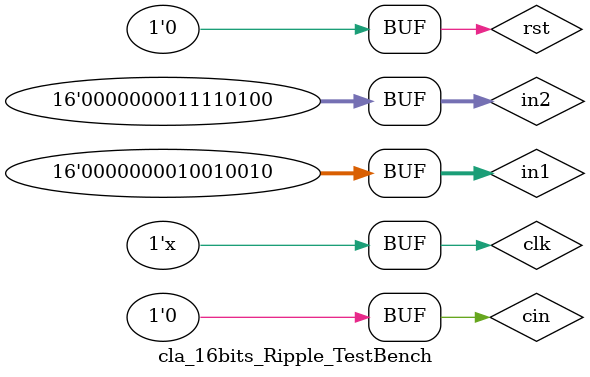
<source format=v>
`timescale 1ns / 1ps


module cla_16bits_Ripple_TestBench;

	// Inputs
	reg clk;
	reg rst;
	reg [15:0] in1;
	reg [15:0] in2;
	reg cin;

	// Outputs
	wire [15:0] sum;
	wire cout;

	// Instantiate the Unit Under Test (UUT)
	wrapper uut (
		.clk(clk), 
		.rst(rst),
		.in1(in1), 
		.in2(in2), 
		.cin(cin), 
		.sum(sum), 
		.cout(cout)
	);

	

	initial begin
	$monitor ("input1 = %d, input2 = %d, Carry in = %d, sum = %d, Carry out = %d", in1, in2, cin, sum, cout);
		// Initialize Inputs
		in1 <= 0;
		in2 <= 0;
		cin <= 0;
		rst <= 1'd1;
		clk <= 0;

		// Wait 100 ns for global reset to finish
		#100; rst <= 0;
	end
	
	always #10 clk=~clk;
	
	initial begin
		
		// Add stimulus here
		
		in1 = 16'd437; in2 = 16'd341; cin = 0;
		#100;
		
		in1 = 16'd3500; in2 = 16'd6010; cin = 1;
		#100;
		
	   in1 = 16'd3000; in2 = 16'd1040; cin = 0;
		#100;
		
		in1 = 16'd146; in2 = 16'd244; cin = 0;
		#100;

	end
      
endmodule


</source>
